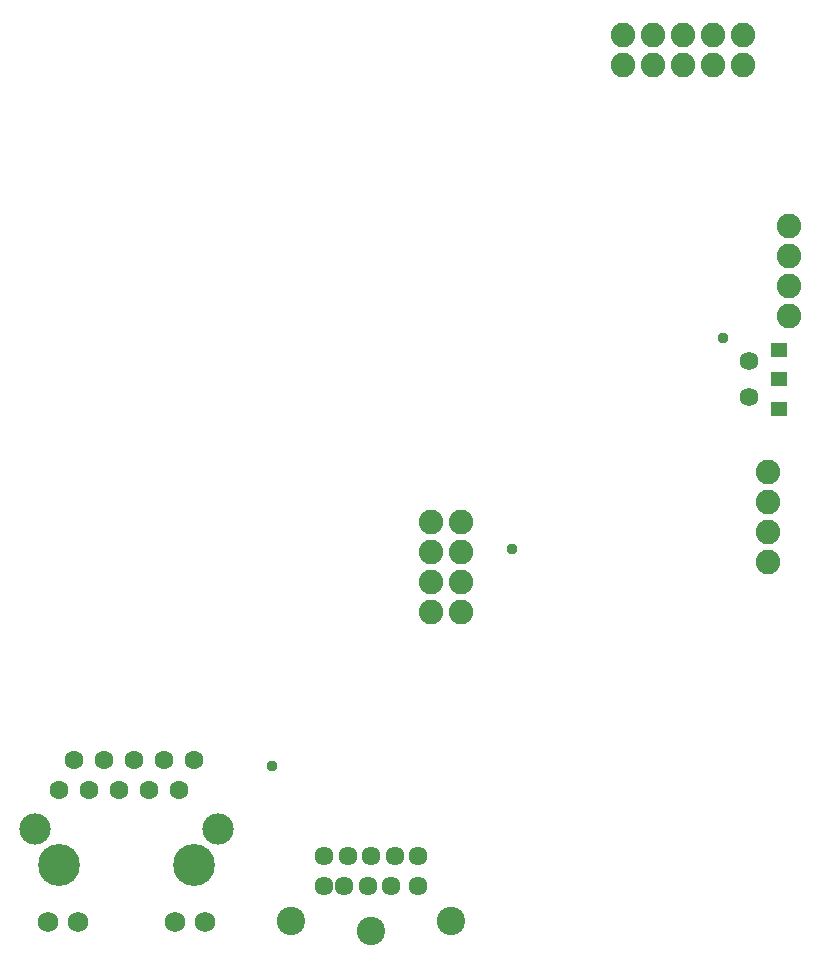
<source format=gts>
G04 EAGLE Gerber RS-274X export*
G75*
%MOMM*%
%FSLAX34Y34*%
%LPD*%
%INTop Solder Mask*%
%IPPOS*%
%AMOC8*
5,1,8,0,0,1.08239X$1,22.5*%
G01*
%ADD10C,2.082800*%
%ADD11C,2.648200*%
%ADD12C,1.601200*%
%ADD13C,1.733200*%
%ADD14C,3.553200*%
%ADD15R,1.403200X1.203200*%
%ADD16C,1.584200*%
%ADD17C,1.611200*%
%ADD18C,2.403200*%
%ADD19C,0.959600*%


D10*
X631300Y379100D03*
X656700Y379100D03*
X631300Y353700D03*
X656700Y353700D03*
X631300Y328300D03*
X656700Y328300D03*
X631300Y302900D03*
X656700Y302900D03*
X917000Y345000D03*
X917000Y370400D03*
X917000Y395800D03*
X917000Y421200D03*
X896000Y791000D03*
X896000Y765600D03*
X870600Y791000D03*
X870600Y765600D03*
X845200Y791000D03*
X845200Y765600D03*
X819800Y791000D03*
X819800Y765600D03*
X794400Y791000D03*
X794400Y765600D03*
X935000Y630000D03*
X935000Y604600D03*
X935000Y579200D03*
X935000Y553800D03*
D11*
X296550Y119300D03*
X451450Y119300D03*
D12*
X380400Y177700D03*
X393100Y152300D03*
X418500Y152300D03*
X367700Y152300D03*
X342300Y152300D03*
X316900Y152300D03*
X405800Y177700D03*
X431200Y177700D03*
X355000Y177700D03*
X329600Y177700D03*
D13*
X307750Y40000D03*
X440250Y40000D03*
X414850Y40000D03*
X333150Y40000D03*
D14*
X316850Y88800D03*
X431150Y88800D03*
D15*
X926500Y525000D03*
X926500Y500000D03*
X926500Y475000D03*
D16*
X900500Y515000D03*
X900500Y485000D03*
D17*
X558000Y71000D03*
X578000Y71000D03*
X541000Y71000D03*
X621000Y71000D03*
X621000Y96000D03*
X541000Y96000D03*
X561000Y96000D03*
X581000Y96000D03*
X601000Y96000D03*
D18*
X648500Y41000D03*
X581000Y33000D03*
X513500Y41000D03*
D17*
X598000Y71000D03*
D19*
X700068Y356058D03*
X879000Y535000D03*
X497251Y172251D03*
M02*

</source>
